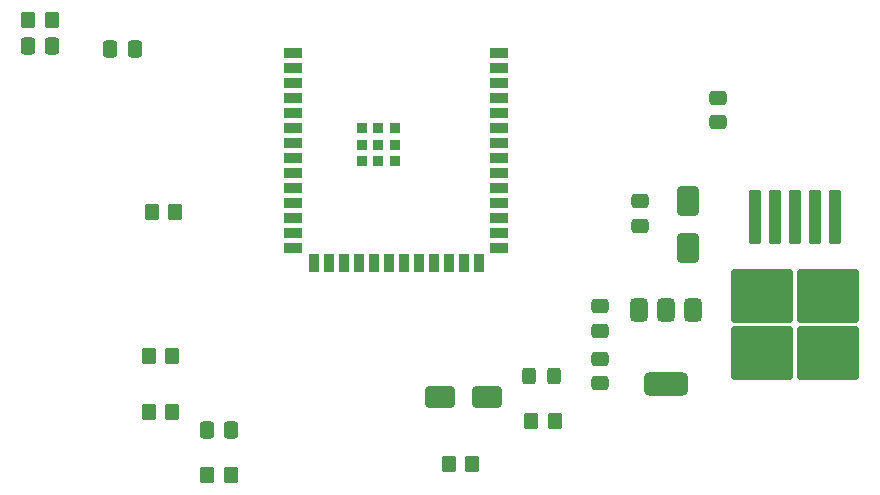
<source format=gbr>
%TF.GenerationSoftware,KiCad,Pcbnew,8.0.6*%
%TF.CreationDate,2025-03-31T15:52:21-05:00*%
%TF.ProjectId,ESP32,45535033-322e-46b6-9963-61645f706362,rev?*%
%TF.SameCoordinates,Original*%
%TF.FileFunction,Paste,Top*%
%TF.FilePolarity,Positive*%
%FSLAX46Y46*%
G04 Gerber Fmt 4.6, Leading zero omitted, Abs format (unit mm)*
G04 Created by KiCad (PCBNEW 8.0.6) date 2025-03-31 15:52:21*
%MOMM*%
%LPD*%
G01*
G04 APERTURE LIST*
G04 Aperture macros list*
%AMRoundRect*
0 Rectangle with rounded corners*
0 $1 Rounding radius*
0 $2 $3 $4 $5 $6 $7 $8 $9 X,Y pos of 4 corners*
0 Add a 4 corners polygon primitive as box body*
4,1,4,$2,$3,$4,$5,$6,$7,$8,$9,$2,$3,0*
0 Add four circle primitives for the rounded corners*
1,1,$1+$1,$2,$3*
1,1,$1+$1,$4,$5*
1,1,$1+$1,$6,$7*
1,1,$1+$1,$8,$9*
0 Add four rect primitives between the rounded corners*
20,1,$1+$1,$2,$3,$4,$5,0*
20,1,$1+$1,$4,$5,$6,$7,0*
20,1,$1+$1,$6,$7,$8,$9,0*
20,1,$1+$1,$8,$9,$2,$3,0*%
G04 Aperture macros list end*
%ADD10RoundRect,0.250000X-0.350000X-0.450000X0.350000X-0.450000X0.350000X0.450000X-0.350000X0.450000X0*%
%ADD11RoundRect,0.250000X0.350000X0.450000X-0.350000X0.450000X-0.350000X-0.450000X0.350000X-0.450000X0*%
%ADD12RoundRect,0.250000X-0.475000X0.337500X-0.475000X-0.337500X0.475000X-0.337500X0.475000X0.337500X0*%
%ADD13RoundRect,0.250000X-0.300000X2.050000X-0.300000X-2.050000X0.300000X-2.050000X0.300000X2.050000X0*%
%ADD14RoundRect,0.250000X-2.375000X2.025000X-2.375000X-2.025000X2.375000X-2.025000X2.375000X2.025000X0*%
%ADD15RoundRect,0.250000X1.000000X0.650000X-1.000000X0.650000X-1.000000X-0.650000X1.000000X-0.650000X0*%
%ADD16RoundRect,0.250000X0.337500X0.475000X-0.337500X0.475000X-0.337500X-0.475000X0.337500X-0.475000X0*%
%ADD17RoundRect,0.375000X-0.375000X0.625000X-0.375000X-0.625000X0.375000X-0.625000X0.375000X0.625000X0*%
%ADD18RoundRect,0.500000X-1.400000X0.500000X-1.400000X-0.500000X1.400000X-0.500000X1.400000X0.500000X0*%
%ADD19R,0.900000X0.900000*%
%ADD20R,1.500000X0.900000*%
%ADD21R,0.900000X1.500000*%
%ADD22RoundRect,0.250000X-0.337500X-0.475000X0.337500X-0.475000X0.337500X0.475000X-0.337500X0.475000X0*%
%ADD23RoundRect,0.250000X0.650000X-1.000000X0.650000X1.000000X-0.650000X1.000000X-0.650000X-1.000000X0*%
%ADD24RoundRect,0.250000X0.475000X-0.337500X0.475000X0.337500X-0.475000X0.337500X-0.475000X-0.337500X0*%
%ADD25RoundRect,0.250000X0.325000X0.450000X-0.325000X0.450000X-0.325000X-0.450000X0.325000X-0.450000X0*%
G04 APERTURE END LIST*
D10*
%TO.C,R4*%
X125619000Y-89789000D03*
X127619000Y-89789000D03*
%TD*%
D11*
%TO.C,R3*%
X132323000Y-112022000D03*
X130323000Y-112022000D03*
%TD*%
D12*
%TO.C,C3*%
X163566000Y-97750500D03*
X163566000Y-99825500D03*
%TD*%
D13*
%TO.C,U3*%
X183505000Y-90152000D03*
X181805000Y-90152000D03*
X180105000Y-90152000D03*
D14*
X182880000Y-96877000D03*
X177330000Y-96877000D03*
X182880000Y-101727000D03*
X177330000Y-101727000D03*
D13*
X178405000Y-90152000D03*
X176705000Y-90152000D03*
%TD*%
D15*
%TO.C,D3*%
X154024000Y-105418000D03*
X150024000Y-105418000D03*
%TD*%
D11*
%TO.C,R1*%
X117153500Y-73503000D03*
X115153500Y-73503000D03*
%TD*%
D16*
%TO.C,C4*%
X132360500Y-108212000D03*
X130285500Y-108212000D03*
%TD*%
D10*
%TO.C,R2*%
X150770000Y-111133000D03*
X152770000Y-111133000D03*
%TD*%
D12*
%TO.C,C6*%
X166995000Y-88860500D03*
X166995000Y-90935500D03*
%TD*%
D17*
%TO.C,U2*%
X171440000Y-98026000D03*
X169140000Y-98026000D03*
D18*
X169140000Y-104326000D03*
D17*
X166840000Y-98026000D03*
%TD*%
D11*
%TO.C,R5*%
X159734000Y-107442000D03*
X157734000Y-107442000D03*
%TD*%
D19*
%TO.C,U1*%
X143417000Y-82647000D03*
X143417000Y-84047000D03*
X143417000Y-85447000D03*
X144817000Y-82647000D03*
X144817000Y-84047000D03*
X144817000Y-85447000D03*
X146217000Y-82647000D03*
X146217000Y-84047000D03*
X146217000Y-85447000D03*
D20*
X137567000Y-76327000D03*
X137567000Y-77597000D03*
X137567000Y-78867000D03*
X137567000Y-80137000D03*
X137567000Y-81407000D03*
X137567000Y-82677000D03*
X137567000Y-83947000D03*
X137567000Y-85217000D03*
X137567000Y-86487000D03*
X137567000Y-87757000D03*
X137567000Y-89027000D03*
X137567000Y-90297000D03*
X137567000Y-91567000D03*
X137567000Y-92837000D03*
D21*
X139332000Y-94087000D03*
X140602000Y-94087000D03*
X141872000Y-94087000D03*
X143142000Y-94087000D03*
X144412000Y-94087000D03*
X145682000Y-94087000D03*
X146952000Y-94087000D03*
X148222000Y-94087000D03*
X149492000Y-94087000D03*
X150762000Y-94087000D03*
X152032000Y-94087000D03*
X153302000Y-94087000D03*
D20*
X155067000Y-92837000D03*
X155067000Y-91567000D03*
X155067000Y-90297000D03*
X155067000Y-89027000D03*
X155067000Y-87757000D03*
X155067000Y-86487000D03*
X155067000Y-85217000D03*
X155067000Y-83947000D03*
X155067000Y-82677000D03*
X155067000Y-81407000D03*
X155067000Y-80137000D03*
X155067000Y-78867000D03*
X155067000Y-77597000D03*
X155067000Y-76327000D03*
%TD*%
D22*
%TO.C,C7*%
X122131000Y-75946000D03*
X124206000Y-75946000D03*
%TD*%
D10*
%TO.C,R6*%
X125365000Y-101981000D03*
X127365000Y-101981000D03*
%TD*%
%TO.C,R7*%
X125365000Y-106680000D03*
X127365000Y-106680000D03*
%TD*%
D23*
%TO.C,D2*%
X171059000Y-92787000D03*
X171059000Y-88787000D03*
%TD*%
D24*
%TO.C,C5*%
X173599000Y-82172500D03*
X173599000Y-80097500D03*
%TD*%
D25*
%TO.C,D1*%
X159648000Y-103632000D03*
X157598000Y-103632000D03*
%TD*%
D16*
%TO.C,C1*%
X117221000Y-75692000D03*
X115146000Y-75692000D03*
%TD*%
D24*
%TO.C,C2*%
X163566000Y-104270500D03*
X163566000Y-102195500D03*
%TD*%
M02*

</source>
